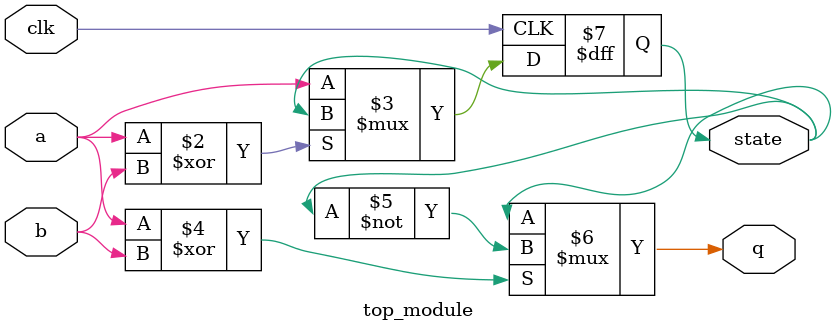
<source format=v>
module top_module (
    input clk,
    input a,
    input b,
    output q,
    output state);
    
    always @(posedge clk)  begin
        state <= (a^b)? state : a;
    end
    
    assign q = (a^b)? ~state:state;

endmodule

</source>
